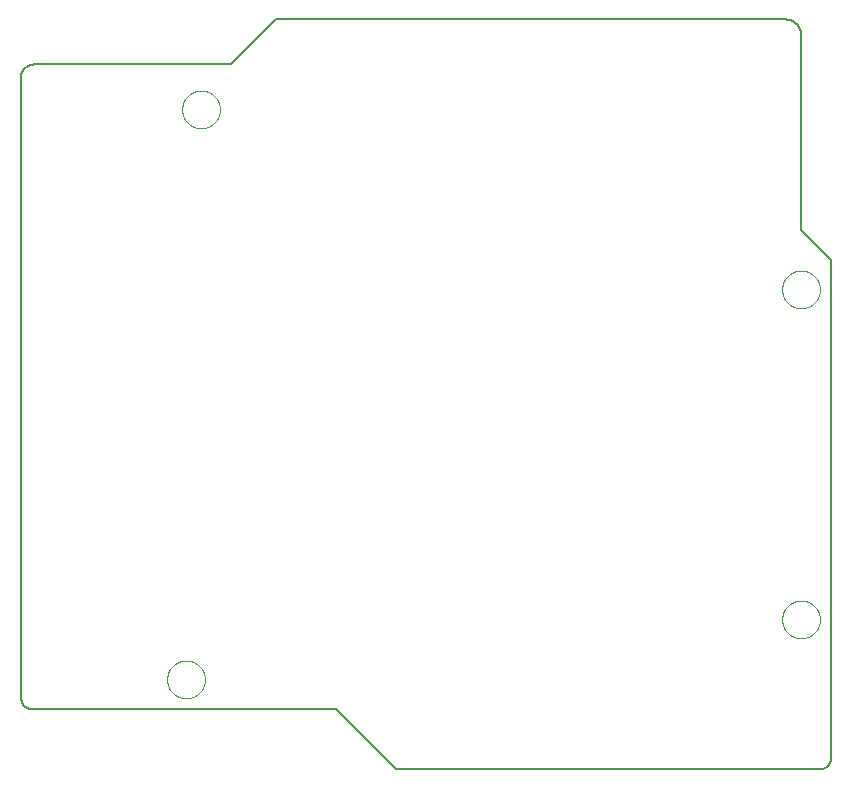
<source format=gko>
G75*
%MOIN*%
%OFA0B0*%
%FSLAX25Y25*%
%IPPOS*%
%LPD*%
%AMOC8*
5,1,8,0,0,1.08239X$1,22.5*
%
%ADD10C,0.00500*%
%ADD11C,0.00000*%
D10*
X0005250Y0021250D02*
X0106250Y0021250D01*
X0126250Y0001250D01*
X0267250Y0001250D01*
X0126250Y0001250D01*
X0106250Y0021250D01*
X0005250Y0021250D01*
X0005124Y0021252D01*
X0004999Y0021258D01*
X0004874Y0021268D01*
X0004749Y0021282D01*
X0004624Y0021299D01*
X0004500Y0021321D01*
X0004377Y0021346D01*
X0004255Y0021376D01*
X0004134Y0021409D01*
X0004014Y0021446D01*
X0003895Y0021486D01*
X0003778Y0021531D01*
X0003661Y0021579D01*
X0003547Y0021631D01*
X0003434Y0021686D01*
X0003323Y0021745D01*
X0003214Y0021807D01*
X0003107Y0021873D01*
X0003002Y0021942D01*
X0002899Y0022014D01*
X0002798Y0022089D01*
X0002700Y0022168D01*
X0002605Y0022250D01*
X0002512Y0022334D01*
X0002422Y0022422D01*
X0002334Y0022512D01*
X0002250Y0022605D01*
X0002168Y0022700D01*
X0002089Y0022798D01*
X0002014Y0022899D01*
X0001942Y0023002D01*
X0001873Y0023107D01*
X0001807Y0023214D01*
X0001745Y0023323D01*
X0001686Y0023434D01*
X0001631Y0023547D01*
X0001579Y0023661D01*
X0001531Y0023778D01*
X0001486Y0023895D01*
X0001446Y0024014D01*
X0001409Y0024134D01*
X0001376Y0024255D01*
X0001346Y0024377D01*
X0001321Y0024500D01*
X0001299Y0024624D01*
X0001282Y0024749D01*
X0001268Y0024874D01*
X0001258Y0024999D01*
X0001252Y0025124D01*
X0001250Y0025250D01*
X0001250Y0232150D01*
X0001250Y0025250D01*
X0001252Y0025124D01*
X0001258Y0024999D01*
X0001268Y0024874D01*
X0001282Y0024749D01*
X0001299Y0024624D01*
X0001321Y0024500D01*
X0001346Y0024377D01*
X0001376Y0024255D01*
X0001409Y0024134D01*
X0001446Y0024014D01*
X0001486Y0023895D01*
X0001531Y0023778D01*
X0001579Y0023661D01*
X0001631Y0023547D01*
X0001686Y0023434D01*
X0001745Y0023323D01*
X0001807Y0023214D01*
X0001873Y0023107D01*
X0001942Y0023002D01*
X0002014Y0022899D01*
X0002089Y0022798D01*
X0002168Y0022700D01*
X0002250Y0022605D01*
X0002334Y0022512D01*
X0002422Y0022422D01*
X0002512Y0022334D01*
X0002605Y0022250D01*
X0002700Y0022168D01*
X0002798Y0022089D01*
X0002899Y0022014D01*
X0003002Y0021942D01*
X0003107Y0021873D01*
X0003214Y0021807D01*
X0003323Y0021745D01*
X0003434Y0021686D01*
X0003547Y0021631D01*
X0003661Y0021579D01*
X0003778Y0021531D01*
X0003895Y0021486D01*
X0004014Y0021446D01*
X0004134Y0021409D01*
X0004255Y0021376D01*
X0004377Y0021346D01*
X0004500Y0021321D01*
X0004624Y0021299D01*
X0004749Y0021282D01*
X0004874Y0021268D01*
X0004999Y0021258D01*
X0005124Y0021252D01*
X0005250Y0021250D01*
X0001250Y0232150D02*
X0001252Y0232276D01*
X0001258Y0232401D01*
X0001268Y0232526D01*
X0001282Y0232651D01*
X0001299Y0232776D01*
X0001321Y0232900D01*
X0001346Y0233023D01*
X0001376Y0233145D01*
X0001409Y0233266D01*
X0001446Y0233386D01*
X0001486Y0233505D01*
X0001531Y0233622D01*
X0001579Y0233739D01*
X0001631Y0233853D01*
X0001686Y0233966D01*
X0001745Y0234077D01*
X0001807Y0234186D01*
X0001873Y0234293D01*
X0001942Y0234398D01*
X0002014Y0234501D01*
X0002089Y0234602D01*
X0002168Y0234700D01*
X0002250Y0234795D01*
X0002334Y0234888D01*
X0002422Y0234978D01*
X0002512Y0235066D01*
X0002605Y0235150D01*
X0002700Y0235232D01*
X0002798Y0235311D01*
X0002899Y0235386D01*
X0003002Y0235458D01*
X0003107Y0235527D01*
X0003214Y0235593D01*
X0003323Y0235655D01*
X0003434Y0235714D01*
X0003547Y0235769D01*
X0003661Y0235821D01*
X0003778Y0235869D01*
X0003895Y0235914D01*
X0004014Y0235954D01*
X0004134Y0235991D01*
X0004255Y0236024D01*
X0004377Y0236054D01*
X0004500Y0236079D01*
X0004624Y0236101D01*
X0004749Y0236118D01*
X0004874Y0236132D01*
X0004999Y0236142D01*
X0005124Y0236148D01*
X0005250Y0236150D01*
X0005250Y0236250D02*
X0071250Y0236250D01*
X0086250Y0251250D01*
X0256250Y0251250D01*
X0086250Y0251250D01*
X0071250Y0236250D01*
X0005250Y0236250D01*
X0005250Y0236150D02*
X0005124Y0236148D01*
X0004999Y0236142D01*
X0004874Y0236132D01*
X0004749Y0236118D01*
X0004624Y0236101D01*
X0004500Y0236079D01*
X0004377Y0236054D01*
X0004255Y0236024D01*
X0004134Y0235991D01*
X0004014Y0235954D01*
X0003895Y0235914D01*
X0003778Y0235869D01*
X0003661Y0235821D01*
X0003547Y0235769D01*
X0003434Y0235714D01*
X0003323Y0235655D01*
X0003214Y0235593D01*
X0003107Y0235527D01*
X0003002Y0235458D01*
X0002899Y0235386D01*
X0002798Y0235311D01*
X0002700Y0235232D01*
X0002605Y0235150D01*
X0002512Y0235066D01*
X0002422Y0234978D01*
X0002334Y0234888D01*
X0002250Y0234795D01*
X0002168Y0234700D01*
X0002089Y0234602D01*
X0002014Y0234501D01*
X0001942Y0234398D01*
X0001873Y0234293D01*
X0001807Y0234186D01*
X0001745Y0234077D01*
X0001686Y0233966D01*
X0001631Y0233853D01*
X0001579Y0233739D01*
X0001531Y0233622D01*
X0001486Y0233505D01*
X0001446Y0233386D01*
X0001409Y0233266D01*
X0001376Y0233145D01*
X0001346Y0233023D01*
X0001321Y0232900D01*
X0001299Y0232776D01*
X0001282Y0232651D01*
X0001268Y0232526D01*
X0001258Y0232401D01*
X0001252Y0232276D01*
X0001250Y0232150D01*
X0256250Y0251250D02*
X0256390Y0251248D01*
X0256530Y0251242D01*
X0256670Y0251232D01*
X0256810Y0251219D01*
X0256949Y0251201D01*
X0257088Y0251179D01*
X0257225Y0251154D01*
X0257363Y0251125D01*
X0257499Y0251092D01*
X0257634Y0251055D01*
X0257768Y0251014D01*
X0257901Y0250969D01*
X0258033Y0250921D01*
X0258163Y0250869D01*
X0258292Y0250814D01*
X0258419Y0250755D01*
X0258545Y0250692D01*
X0258669Y0250626D01*
X0258790Y0250557D01*
X0258910Y0250484D01*
X0259028Y0250407D01*
X0259143Y0250328D01*
X0259257Y0250245D01*
X0259367Y0250159D01*
X0259476Y0250070D01*
X0259582Y0249978D01*
X0259685Y0249883D01*
X0259786Y0249786D01*
X0259883Y0249685D01*
X0259978Y0249582D01*
X0260070Y0249476D01*
X0260159Y0249367D01*
X0260245Y0249257D01*
X0260328Y0249143D01*
X0260407Y0249028D01*
X0260484Y0248910D01*
X0260557Y0248790D01*
X0260626Y0248669D01*
X0260692Y0248545D01*
X0260755Y0248419D01*
X0260814Y0248292D01*
X0260869Y0248163D01*
X0260921Y0248033D01*
X0260969Y0247901D01*
X0261014Y0247768D01*
X0261055Y0247634D01*
X0261092Y0247499D01*
X0261125Y0247363D01*
X0261154Y0247225D01*
X0261179Y0247088D01*
X0261201Y0246949D01*
X0261219Y0246810D01*
X0261232Y0246670D01*
X0261242Y0246530D01*
X0261248Y0246390D01*
X0261250Y0246250D01*
X0261250Y0246150D02*
X0261250Y0181150D01*
X0271250Y0171150D01*
X0271250Y0005250D01*
X0271250Y0171150D01*
X0261250Y0181150D01*
X0261250Y0246150D01*
X0261250Y0246250D02*
X0261248Y0246390D01*
X0261242Y0246530D01*
X0261232Y0246670D01*
X0261219Y0246810D01*
X0261201Y0246949D01*
X0261179Y0247088D01*
X0261154Y0247225D01*
X0261125Y0247363D01*
X0261092Y0247499D01*
X0261055Y0247634D01*
X0261014Y0247768D01*
X0260969Y0247901D01*
X0260921Y0248033D01*
X0260869Y0248163D01*
X0260814Y0248292D01*
X0260755Y0248419D01*
X0260692Y0248545D01*
X0260626Y0248669D01*
X0260557Y0248790D01*
X0260484Y0248910D01*
X0260407Y0249028D01*
X0260328Y0249143D01*
X0260245Y0249257D01*
X0260159Y0249367D01*
X0260070Y0249476D01*
X0259978Y0249582D01*
X0259883Y0249685D01*
X0259786Y0249786D01*
X0259685Y0249883D01*
X0259582Y0249978D01*
X0259476Y0250070D01*
X0259367Y0250159D01*
X0259257Y0250245D01*
X0259143Y0250328D01*
X0259028Y0250407D01*
X0258910Y0250484D01*
X0258790Y0250557D01*
X0258669Y0250626D01*
X0258545Y0250692D01*
X0258419Y0250755D01*
X0258292Y0250814D01*
X0258163Y0250869D01*
X0258033Y0250921D01*
X0257901Y0250969D01*
X0257768Y0251014D01*
X0257634Y0251055D01*
X0257499Y0251092D01*
X0257363Y0251125D01*
X0257225Y0251154D01*
X0257088Y0251179D01*
X0256949Y0251201D01*
X0256810Y0251219D01*
X0256670Y0251232D01*
X0256530Y0251242D01*
X0256390Y0251248D01*
X0256250Y0251250D01*
X0271250Y0005250D02*
X0271248Y0005124D01*
X0271242Y0004999D01*
X0271232Y0004874D01*
X0271218Y0004749D01*
X0271201Y0004624D01*
X0271179Y0004500D01*
X0271154Y0004377D01*
X0271124Y0004255D01*
X0271091Y0004134D01*
X0271054Y0004014D01*
X0271014Y0003895D01*
X0270969Y0003778D01*
X0270921Y0003661D01*
X0270869Y0003547D01*
X0270814Y0003434D01*
X0270755Y0003323D01*
X0270693Y0003214D01*
X0270627Y0003107D01*
X0270558Y0003002D01*
X0270486Y0002899D01*
X0270411Y0002798D01*
X0270332Y0002700D01*
X0270250Y0002605D01*
X0270166Y0002512D01*
X0270078Y0002422D01*
X0269988Y0002334D01*
X0269895Y0002250D01*
X0269800Y0002168D01*
X0269702Y0002089D01*
X0269601Y0002014D01*
X0269498Y0001942D01*
X0269393Y0001873D01*
X0269286Y0001807D01*
X0269177Y0001745D01*
X0269066Y0001686D01*
X0268953Y0001631D01*
X0268839Y0001579D01*
X0268722Y0001531D01*
X0268605Y0001486D01*
X0268486Y0001446D01*
X0268366Y0001409D01*
X0268245Y0001376D01*
X0268123Y0001346D01*
X0268000Y0001321D01*
X0267876Y0001299D01*
X0267751Y0001282D01*
X0267626Y0001268D01*
X0267501Y0001258D01*
X0267376Y0001252D01*
X0267250Y0001250D01*
X0267376Y0001252D01*
X0267501Y0001258D01*
X0267626Y0001268D01*
X0267751Y0001282D01*
X0267876Y0001299D01*
X0268000Y0001321D01*
X0268123Y0001346D01*
X0268245Y0001376D01*
X0268366Y0001409D01*
X0268486Y0001446D01*
X0268605Y0001486D01*
X0268722Y0001531D01*
X0268839Y0001579D01*
X0268953Y0001631D01*
X0269066Y0001686D01*
X0269177Y0001745D01*
X0269286Y0001807D01*
X0269393Y0001873D01*
X0269498Y0001942D01*
X0269601Y0002014D01*
X0269702Y0002089D01*
X0269800Y0002168D01*
X0269895Y0002250D01*
X0269988Y0002334D01*
X0270078Y0002422D01*
X0270166Y0002512D01*
X0270250Y0002605D01*
X0270332Y0002700D01*
X0270411Y0002798D01*
X0270486Y0002899D01*
X0270558Y0003002D01*
X0270627Y0003107D01*
X0270693Y0003214D01*
X0270755Y0003323D01*
X0270814Y0003434D01*
X0270869Y0003547D01*
X0270921Y0003661D01*
X0270969Y0003778D01*
X0271014Y0003895D01*
X0271054Y0004014D01*
X0271091Y0004134D01*
X0271124Y0004255D01*
X0271154Y0004377D01*
X0271179Y0004500D01*
X0271201Y0004624D01*
X0271218Y0004749D01*
X0271232Y0004874D01*
X0271242Y0004999D01*
X0271248Y0005124D01*
X0271250Y0005250D01*
D11*
X0254951Y0051250D02*
X0254953Y0051408D01*
X0254959Y0051566D01*
X0254969Y0051724D01*
X0254983Y0051882D01*
X0255001Y0052039D01*
X0255022Y0052196D01*
X0255048Y0052352D01*
X0255078Y0052508D01*
X0255111Y0052663D01*
X0255149Y0052816D01*
X0255190Y0052969D01*
X0255235Y0053121D01*
X0255284Y0053272D01*
X0255337Y0053421D01*
X0255393Y0053569D01*
X0255453Y0053715D01*
X0255517Y0053860D01*
X0255585Y0054003D01*
X0255656Y0054145D01*
X0255730Y0054285D01*
X0255808Y0054422D01*
X0255890Y0054558D01*
X0255974Y0054692D01*
X0256063Y0054823D01*
X0256154Y0054952D01*
X0256249Y0055079D01*
X0256346Y0055204D01*
X0256447Y0055326D01*
X0256551Y0055445D01*
X0256658Y0055562D01*
X0256768Y0055676D01*
X0256881Y0055787D01*
X0256996Y0055896D01*
X0257114Y0056001D01*
X0257235Y0056103D01*
X0257358Y0056203D01*
X0257484Y0056299D01*
X0257612Y0056392D01*
X0257742Y0056482D01*
X0257875Y0056568D01*
X0258010Y0056652D01*
X0258146Y0056731D01*
X0258285Y0056808D01*
X0258426Y0056880D01*
X0258568Y0056950D01*
X0258712Y0057015D01*
X0258858Y0057077D01*
X0259005Y0057135D01*
X0259154Y0057190D01*
X0259304Y0057241D01*
X0259455Y0057288D01*
X0259607Y0057331D01*
X0259760Y0057370D01*
X0259915Y0057406D01*
X0260070Y0057437D01*
X0260226Y0057465D01*
X0260382Y0057489D01*
X0260539Y0057509D01*
X0260697Y0057525D01*
X0260854Y0057537D01*
X0261013Y0057545D01*
X0261171Y0057549D01*
X0261329Y0057549D01*
X0261487Y0057545D01*
X0261646Y0057537D01*
X0261803Y0057525D01*
X0261961Y0057509D01*
X0262118Y0057489D01*
X0262274Y0057465D01*
X0262430Y0057437D01*
X0262585Y0057406D01*
X0262740Y0057370D01*
X0262893Y0057331D01*
X0263045Y0057288D01*
X0263196Y0057241D01*
X0263346Y0057190D01*
X0263495Y0057135D01*
X0263642Y0057077D01*
X0263788Y0057015D01*
X0263932Y0056950D01*
X0264074Y0056880D01*
X0264215Y0056808D01*
X0264354Y0056731D01*
X0264490Y0056652D01*
X0264625Y0056568D01*
X0264758Y0056482D01*
X0264888Y0056392D01*
X0265016Y0056299D01*
X0265142Y0056203D01*
X0265265Y0056103D01*
X0265386Y0056001D01*
X0265504Y0055896D01*
X0265619Y0055787D01*
X0265732Y0055676D01*
X0265842Y0055562D01*
X0265949Y0055445D01*
X0266053Y0055326D01*
X0266154Y0055204D01*
X0266251Y0055079D01*
X0266346Y0054952D01*
X0266437Y0054823D01*
X0266526Y0054692D01*
X0266610Y0054558D01*
X0266692Y0054422D01*
X0266770Y0054285D01*
X0266844Y0054145D01*
X0266915Y0054003D01*
X0266983Y0053860D01*
X0267047Y0053715D01*
X0267107Y0053569D01*
X0267163Y0053421D01*
X0267216Y0053272D01*
X0267265Y0053121D01*
X0267310Y0052969D01*
X0267351Y0052816D01*
X0267389Y0052663D01*
X0267422Y0052508D01*
X0267452Y0052352D01*
X0267478Y0052196D01*
X0267499Y0052039D01*
X0267517Y0051882D01*
X0267531Y0051724D01*
X0267541Y0051566D01*
X0267547Y0051408D01*
X0267549Y0051250D01*
X0267547Y0051092D01*
X0267541Y0050934D01*
X0267531Y0050776D01*
X0267517Y0050618D01*
X0267499Y0050461D01*
X0267478Y0050304D01*
X0267452Y0050148D01*
X0267422Y0049992D01*
X0267389Y0049837D01*
X0267351Y0049684D01*
X0267310Y0049531D01*
X0267265Y0049379D01*
X0267216Y0049228D01*
X0267163Y0049079D01*
X0267107Y0048931D01*
X0267047Y0048785D01*
X0266983Y0048640D01*
X0266915Y0048497D01*
X0266844Y0048355D01*
X0266770Y0048215D01*
X0266692Y0048078D01*
X0266610Y0047942D01*
X0266526Y0047808D01*
X0266437Y0047677D01*
X0266346Y0047548D01*
X0266251Y0047421D01*
X0266154Y0047296D01*
X0266053Y0047174D01*
X0265949Y0047055D01*
X0265842Y0046938D01*
X0265732Y0046824D01*
X0265619Y0046713D01*
X0265504Y0046604D01*
X0265386Y0046499D01*
X0265265Y0046397D01*
X0265142Y0046297D01*
X0265016Y0046201D01*
X0264888Y0046108D01*
X0264758Y0046018D01*
X0264625Y0045932D01*
X0264490Y0045848D01*
X0264354Y0045769D01*
X0264215Y0045692D01*
X0264074Y0045620D01*
X0263932Y0045550D01*
X0263788Y0045485D01*
X0263642Y0045423D01*
X0263495Y0045365D01*
X0263346Y0045310D01*
X0263196Y0045259D01*
X0263045Y0045212D01*
X0262893Y0045169D01*
X0262740Y0045130D01*
X0262585Y0045094D01*
X0262430Y0045063D01*
X0262274Y0045035D01*
X0262118Y0045011D01*
X0261961Y0044991D01*
X0261803Y0044975D01*
X0261646Y0044963D01*
X0261487Y0044955D01*
X0261329Y0044951D01*
X0261171Y0044951D01*
X0261013Y0044955D01*
X0260854Y0044963D01*
X0260697Y0044975D01*
X0260539Y0044991D01*
X0260382Y0045011D01*
X0260226Y0045035D01*
X0260070Y0045063D01*
X0259915Y0045094D01*
X0259760Y0045130D01*
X0259607Y0045169D01*
X0259455Y0045212D01*
X0259304Y0045259D01*
X0259154Y0045310D01*
X0259005Y0045365D01*
X0258858Y0045423D01*
X0258712Y0045485D01*
X0258568Y0045550D01*
X0258426Y0045620D01*
X0258285Y0045692D01*
X0258146Y0045769D01*
X0258010Y0045848D01*
X0257875Y0045932D01*
X0257742Y0046018D01*
X0257612Y0046108D01*
X0257484Y0046201D01*
X0257358Y0046297D01*
X0257235Y0046397D01*
X0257114Y0046499D01*
X0256996Y0046604D01*
X0256881Y0046713D01*
X0256768Y0046824D01*
X0256658Y0046938D01*
X0256551Y0047055D01*
X0256447Y0047174D01*
X0256346Y0047296D01*
X0256249Y0047421D01*
X0256154Y0047548D01*
X0256063Y0047677D01*
X0255974Y0047808D01*
X0255890Y0047942D01*
X0255808Y0048078D01*
X0255730Y0048215D01*
X0255656Y0048355D01*
X0255585Y0048497D01*
X0255517Y0048640D01*
X0255453Y0048785D01*
X0255393Y0048931D01*
X0255337Y0049079D01*
X0255284Y0049228D01*
X0255235Y0049379D01*
X0255190Y0049531D01*
X0255149Y0049684D01*
X0255111Y0049837D01*
X0255078Y0049992D01*
X0255048Y0050148D01*
X0255022Y0050304D01*
X0255001Y0050461D01*
X0254983Y0050618D01*
X0254969Y0050776D01*
X0254959Y0050934D01*
X0254953Y0051092D01*
X0254951Y0051250D01*
X0254951Y0161250D02*
X0254953Y0161408D01*
X0254959Y0161566D01*
X0254969Y0161724D01*
X0254983Y0161882D01*
X0255001Y0162039D01*
X0255022Y0162196D01*
X0255048Y0162352D01*
X0255078Y0162508D01*
X0255111Y0162663D01*
X0255149Y0162816D01*
X0255190Y0162969D01*
X0255235Y0163121D01*
X0255284Y0163272D01*
X0255337Y0163421D01*
X0255393Y0163569D01*
X0255453Y0163715D01*
X0255517Y0163860D01*
X0255585Y0164003D01*
X0255656Y0164145D01*
X0255730Y0164285D01*
X0255808Y0164422D01*
X0255890Y0164558D01*
X0255974Y0164692D01*
X0256063Y0164823D01*
X0256154Y0164952D01*
X0256249Y0165079D01*
X0256346Y0165204D01*
X0256447Y0165326D01*
X0256551Y0165445D01*
X0256658Y0165562D01*
X0256768Y0165676D01*
X0256881Y0165787D01*
X0256996Y0165896D01*
X0257114Y0166001D01*
X0257235Y0166103D01*
X0257358Y0166203D01*
X0257484Y0166299D01*
X0257612Y0166392D01*
X0257742Y0166482D01*
X0257875Y0166568D01*
X0258010Y0166652D01*
X0258146Y0166731D01*
X0258285Y0166808D01*
X0258426Y0166880D01*
X0258568Y0166950D01*
X0258712Y0167015D01*
X0258858Y0167077D01*
X0259005Y0167135D01*
X0259154Y0167190D01*
X0259304Y0167241D01*
X0259455Y0167288D01*
X0259607Y0167331D01*
X0259760Y0167370D01*
X0259915Y0167406D01*
X0260070Y0167437D01*
X0260226Y0167465D01*
X0260382Y0167489D01*
X0260539Y0167509D01*
X0260697Y0167525D01*
X0260854Y0167537D01*
X0261013Y0167545D01*
X0261171Y0167549D01*
X0261329Y0167549D01*
X0261487Y0167545D01*
X0261646Y0167537D01*
X0261803Y0167525D01*
X0261961Y0167509D01*
X0262118Y0167489D01*
X0262274Y0167465D01*
X0262430Y0167437D01*
X0262585Y0167406D01*
X0262740Y0167370D01*
X0262893Y0167331D01*
X0263045Y0167288D01*
X0263196Y0167241D01*
X0263346Y0167190D01*
X0263495Y0167135D01*
X0263642Y0167077D01*
X0263788Y0167015D01*
X0263932Y0166950D01*
X0264074Y0166880D01*
X0264215Y0166808D01*
X0264354Y0166731D01*
X0264490Y0166652D01*
X0264625Y0166568D01*
X0264758Y0166482D01*
X0264888Y0166392D01*
X0265016Y0166299D01*
X0265142Y0166203D01*
X0265265Y0166103D01*
X0265386Y0166001D01*
X0265504Y0165896D01*
X0265619Y0165787D01*
X0265732Y0165676D01*
X0265842Y0165562D01*
X0265949Y0165445D01*
X0266053Y0165326D01*
X0266154Y0165204D01*
X0266251Y0165079D01*
X0266346Y0164952D01*
X0266437Y0164823D01*
X0266526Y0164692D01*
X0266610Y0164558D01*
X0266692Y0164422D01*
X0266770Y0164285D01*
X0266844Y0164145D01*
X0266915Y0164003D01*
X0266983Y0163860D01*
X0267047Y0163715D01*
X0267107Y0163569D01*
X0267163Y0163421D01*
X0267216Y0163272D01*
X0267265Y0163121D01*
X0267310Y0162969D01*
X0267351Y0162816D01*
X0267389Y0162663D01*
X0267422Y0162508D01*
X0267452Y0162352D01*
X0267478Y0162196D01*
X0267499Y0162039D01*
X0267517Y0161882D01*
X0267531Y0161724D01*
X0267541Y0161566D01*
X0267547Y0161408D01*
X0267549Y0161250D01*
X0267547Y0161092D01*
X0267541Y0160934D01*
X0267531Y0160776D01*
X0267517Y0160618D01*
X0267499Y0160461D01*
X0267478Y0160304D01*
X0267452Y0160148D01*
X0267422Y0159992D01*
X0267389Y0159837D01*
X0267351Y0159684D01*
X0267310Y0159531D01*
X0267265Y0159379D01*
X0267216Y0159228D01*
X0267163Y0159079D01*
X0267107Y0158931D01*
X0267047Y0158785D01*
X0266983Y0158640D01*
X0266915Y0158497D01*
X0266844Y0158355D01*
X0266770Y0158215D01*
X0266692Y0158078D01*
X0266610Y0157942D01*
X0266526Y0157808D01*
X0266437Y0157677D01*
X0266346Y0157548D01*
X0266251Y0157421D01*
X0266154Y0157296D01*
X0266053Y0157174D01*
X0265949Y0157055D01*
X0265842Y0156938D01*
X0265732Y0156824D01*
X0265619Y0156713D01*
X0265504Y0156604D01*
X0265386Y0156499D01*
X0265265Y0156397D01*
X0265142Y0156297D01*
X0265016Y0156201D01*
X0264888Y0156108D01*
X0264758Y0156018D01*
X0264625Y0155932D01*
X0264490Y0155848D01*
X0264354Y0155769D01*
X0264215Y0155692D01*
X0264074Y0155620D01*
X0263932Y0155550D01*
X0263788Y0155485D01*
X0263642Y0155423D01*
X0263495Y0155365D01*
X0263346Y0155310D01*
X0263196Y0155259D01*
X0263045Y0155212D01*
X0262893Y0155169D01*
X0262740Y0155130D01*
X0262585Y0155094D01*
X0262430Y0155063D01*
X0262274Y0155035D01*
X0262118Y0155011D01*
X0261961Y0154991D01*
X0261803Y0154975D01*
X0261646Y0154963D01*
X0261487Y0154955D01*
X0261329Y0154951D01*
X0261171Y0154951D01*
X0261013Y0154955D01*
X0260854Y0154963D01*
X0260697Y0154975D01*
X0260539Y0154991D01*
X0260382Y0155011D01*
X0260226Y0155035D01*
X0260070Y0155063D01*
X0259915Y0155094D01*
X0259760Y0155130D01*
X0259607Y0155169D01*
X0259455Y0155212D01*
X0259304Y0155259D01*
X0259154Y0155310D01*
X0259005Y0155365D01*
X0258858Y0155423D01*
X0258712Y0155485D01*
X0258568Y0155550D01*
X0258426Y0155620D01*
X0258285Y0155692D01*
X0258146Y0155769D01*
X0258010Y0155848D01*
X0257875Y0155932D01*
X0257742Y0156018D01*
X0257612Y0156108D01*
X0257484Y0156201D01*
X0257358Y0156297D01*
X0257235Y0156397D01*
X0257114Y0156499D01*
X0256996Y0156604D01*
X0256881Y0156713D01*
X0256768Y0156824D01*
X0256658Y0156938D01*
X0256551Y0157055D01*
X0256447Y0157174D01*
X0256346Y0157296D01*
X0256249Y0157421D01*
X0256154Y0157548D01*
X0256063Y0157677D01*
X0255974Y0157808D01*
X0255890Y0157942D01*
X0255808Y0158078D01*
X0255730Y0158215D01*
X0255656Y0158355D01*
X0255585Y0158497D01*
X0255517Y0158640D01*
X0255453Y0158785D01*
X0255393Y0158931D01*
X0255337Y0159079D01*
X0255284Y0159228D01*
X0255235Y0159379D01*
X0255190Y0159531D01*
X0255149Y0159684D01*
X0255111Y0159837D01*
X0255078Y0159992D01*
X0255048Y0160148D01*
X0255022Y0160304D01*
X0255001Y0160461D01*
X0254983Y0160618D01*
X0254969Y0160776D01*
X0254959Y0160934D01*
X0254953Y0161092D01*
X0254951Y0161250D01*
X0054951Y0221250D02*
X0054953Y0221408D01*
X0054959Y0221566D01*
X0054969Y0221724D01*
X0054983Y0221882D01*
X0055001Y0222039D01*
X0055022Y0222196D01*
X0055048Y0222352D01*
X0055078Y0222508D01*
X0055111Y0222663D01*
X0055149Y0222816D01*
X0055190Y0222969D01*
X0055235Y0223121D01*
X0055284Y0223272D01*
X0055337Y0223421D01*
X0055393Y0223569D01*
X0055453Y0223715D01*
X0055517Y0223860D01*
X0055585Y0224003D01*
X0055656Y0224145D01*
X0055730Y0224285D01*
X0055808Y0224422D01*
X0055890Y0224558D01*
X0055974Y0224692D01*
X0056063Y0224823D01*
X0056154Y0224952D01*
X0056249Y0225079D01*
X0056346Y0225204D01*
X0056447Y0225326D01*
X0056551Y0225445D01*
X0056658Y0225562D01*
X0056768Y0225676D01*
X0056881Y0225787D01*
X0056996Y0225896D01*
X0057114Y0226001D01*
X0057235Y0226103D01*
X0057358Y0226203D01*
X0057484Y0226299D01*
X0057612Y0226392D01*
X0057742Y0226482D01*
X0057875Y0226568D01*
X0058010Y0226652D01*
X0058146Y0226731D01*
X0058285Y0226808D01*
X0058426Y0226880D01*
X0058568Y0226950D01*
X0058712Y0227015D01*
X0058858Y0227077D01*
X0059005Y0227135D01*
X0059154Y0227190D01*
X0059304Y0227241D01*
X0059455Y0227288D01*
X0059607Y0227331D01*
X0059760Y0227370D01*
X0059915Y0227406D01*
X0060070Y0227437D01*
X0060226Y0227465D01*
X0060382Y0227489D01*
X0060539Y0227509D01*
X0060697Y0227525D01*
X0060854Y0227537D01*
X0061013Y0227545D01*
X0061171Y0227549D01*
X0061329Y0227549D01*
X0061487Y0227545D01*
X0061646Y0227537D01*
X0061803Y0227525D01*
X0061961Y0227509D01*
X0062118Y0227489D01*
X0062274Y0227465D01*
X0062430Y0227437D01*
X0062585Y0227406D01*
X0062740Y0227370D01*
X0062893Y0227331D01*
X0063045Y0227288D01*
X0063196Y0227241D01*
X0063346Y0227190D01*
X0063495Y0227135D01*
X0063642Y0227077D01*
X0063788Y0227015D01*
X0063932Y0226950D01*
X0064074Y0226880D01*
X0064215Y0226808D01*
X0064354Y0226731D01*
X0064490Y0226652D01*
X0064625Y0226568D01*
X0064758Y0226482D01*
X0064888Y0226392D01*
X0065016Y0226299D01*
X0065142Y0226203D01*
X0065265Y0226103D01*
X0065386Y0226001D01*
X0065504Y0225896D01*
X0065619Y0225787D01*
X0065732Y0225676D01*
X0065842Y0225562D01*
X0065949Y0225445D01*
X0066053Y0225326D01*
X0066154Y0225204D01*
X0066251Y0225079D01*
X0066346Y0224952D01*
X0066437Y0224823D01*
X0066526Y0224692D01*
X0066610Y0224558D01*
X0066692Y0224422D01*
X0066770Y0224285D01*
X0066844Y0224145D01*
X0066915Y0224003D01*
X0066983Y0223860D01*
X0067047Y0223715D01*
X0067107Y0223569D01*
X0067163Y0223421D01*
X0067216Y0223272D01*
X0067265Y0223121D01*
X0067310Y0222969D01*
X0067351Y0222816D01*
X0067389Y0222663D01*
X0067422Y0222508D01*
X0067452Y0222352D01*
X0067478Y0222196D01*
X0067499Y0222039D01*
X0067517Y0221882D01*
X0067531Y0221724D01*
X0067541Y0221566D01*
X0067547Y0221408D01*
X0067549Y0221250D01*
X0067547Y0221092D01*
X0067541Y0220934D01*
X0067531Y0220776D01*
X0067517Y0220618D01*
X0067499Y0220461D01*
X0067478Y0220304D01*
X0067452Y0220148D01*
X0067422Y0219992D01*
X0067389Y0219837D01*
X0067351Y0219684D01*
X0067310Y0219531D01*
X0067265Y0219379D01*
X0067216Y0219228D01*
X0067163Y0219079D01*
X0067107Y0218931D01*
X0067047Y0218785D01*
X0066983Y0218640D01*
X0066915Y0218497D01*
X0066844Y0218355D01*
X0066770Y0218215D01*
X0066692Y0218078D01*
X0066610Y0217942D01*
X0066526Y0217808D01*
X0066437Y0217677D01*
X0066346Y0217548D01*
X0066251Y0217421D01*
X0066154Y0217296D01*
X0066053Y0217174D01*
X0065949Y0217055D01*
X0065842Y0216938D01*
X0065732Y0216824D01*
X0065619Y0216713D01*
X0065504Y0216604D01*
X0065386Y0216499D01*
X0065265Y0216397D01*
X0065142Y0216297D01*
X0065016Y0216201D01*
X0064888Y0216108D01*
X0064758Y0216018D01*
X0064625Y0215932D01*
X0064490Y0215848D01*
X0064354Y0215769D01*
X0064215Y0215692D01*
X0064074Y0215620D01*
X0063932Y0215550D01*
X0063788Y0215485D01*
X0063642Y0215423D01*
X0063495Y0215365D01*
X0063346Y0215310D01*
X0063196Y0215259D01*
X0063045Y0215212D01*
X0062893Y0215169D01*
X0062740Y0215130D01*
X0062585Y0215094D01*
X0062430Y0215063D01*
X0062274Y0215035D01*
X0062118Y0215011D01*
X0061961Y0214991D01*
X0061803Y0214975D01*
X0061646Y0214963D01*
X0061487Y0214955D01*
X0061329Y0214951D01*
X0061171Y0214951D01*
X0061013Y0214955D01*
X0060854Y0214963D01*
X0060697Y0214975D01*
X0060539Y0214991D01*
X0060382Y0215011D01*
X0060226Y0215035D01*
X0060070Y0215063D01*
X0059915Y0215094D01*
X0059760Y0215130D01*
X0059607Y0215169D01*
X0059455Y0215212D01*
X0059304Y0215259D01*
X0059154Y0215310D01*
X0059005Y0215365D01*
X0058858Y0215423D01*
X0058712Y0215485D01*
X0058568Y0215550D01*
X0058426Y0215620D01*
X0058285Y0215692D01*
X0058146Y0215769D01*
X0058010Y0215848D01*
X0057875Y0215932D01*
X0057742Y0216018D01*
X0057612Y0216108D01*
X0057484Y0216201D01*
X0057358Y0216297D01*
X0057235Y0216397D01*
X0057114Y0216499D01*
X0056996Y0216604D01*
X0056881Y0216713D01*
X0056768Y0216824D01*
X0056658Y0216938D01*
X0056551Y0217055D01*
X0056447Y0217174D01*
X0056346Y0217296D01*
X0056249Y0217421D01*
X0056154Y0217548D01*
X0056063Y0217677D01*
X0055974Y0217808D01*
X0055890Y0217942D01*
X0055808Y0218078D01*
X0055730Y0218215D01*
X0055656Y0218355D01*
X0055585Y0218497D01*
X0055517Y0218640D01*
X0055453Y0218785D01*
X0055393Y0218931D01*
X0055337Y0219079D01*
X0055284Y0219228D01*
X0055235Y0219379D01*
X0055190Y0219531D01*
X0055149Y0219684D01*
X0055111Y0219837D01*
X0055078Y0219992D01*
X0055048Y0220148D01*
X0055022Y0220304D01*
X0055001Y0220461D01*
X0054983Y0220618D01*
X0054969Y0220776D01*
X0054959Y0220934D01*
X0054953Y0221092D01*
X0054951Y0221250D01*
X0049951Y0031250D02*
X0049953Y0031408D01*
X0049959Y0031566D01*
X0049969Y0031724D01*
X0049983Y0031882D01*
X0050001Y0032039D01*
X0050022Y0032196D01*
X0050048Y0032352D01*
X0050078Y0032508D01*
X0050111Y0032663D01*
X0050149Y0032816D01*
X0050190Y0032969D01*
X0050235Y0033121D01*
X0050284Y0033272D01*
X0050337Y0033421D01*
X0050393Y0033569D01*
X0050453Y0033715D01*
X0050517Y0033860D01*
X0050585Y0034003D01*
X0050656Y0034145D01*
X0050730Y0034285D01*
X0050808Y0034422D01*
X0050890Y0034558D01*
X0050974Y0034692D01*
X0051063Y0034823D01*
X0051154Y0034952D01*
X0051249Y0035079D01*
X0051346Y0035204D01*
X0051447Y0035326D01*
X0051551Y0035445D01*
X0051658Y0035562D01*
X0051768Y0035676D01*
X0051881Y0035787D01*
X0051996Y0035896D01*
X0052114Y0036001D01*
X0052235Y0036103D01*
X0052358Y0036203D01*
X0052484Y0036299D01*
X0052612Y0036392D01*
X0052742Y0036482D01*
X0052875Y0036568D01*
X0053010Y0036652D01*
X0053146Y0036731D01*
X0053285Y0036808D01*
X0053426Y0036880D01*
X0053568Y0036950D01*
X0053712Y0037015D01*
X0053858Y0037077D01*
X0054005Y0037135D01*
X0054154Y0037190D01*
X0054304Y0037241D01*
X0054455Y0037288D01*
X0054607Y0037331D01*
X0054760Y0037370D01*
X0054915Y0037406D01*
X0055070Y0037437D01*
X0055226Y0037465D01*
X0055382Y0037489D01*
X0055539Y0037509D01*
X0055697Y0037525D01*
X0055854Y0037537D01*
X0056013Y0037545D01*
X0056171Y0037549D01*
X0056329Y0037549D01*
X0056487Y0037545D01*
X0056646Y0037537D01*
X0056803Y0037525D01*
X0056961Y0037509D01*
X0057118Y0037489D01*
X0057274Y0037465D01*
X0057430Y0037437D01*
X0057585Y0037406D01*
X0057740Y0037370D01*
X0057893Y0037331D01*
X0058045Y0037288D01*
X0058196Y0037241D01*
X0058346Y0037190D01*
X0058495Y0037135D01*
X0058642Y0037077D01*
X0058788Y0037015D01*
X0058932Y0036950D01*
X0059074Y0036880D01*
X0059215Y0036808D01*
X0059354Y0036731D01*
X0059490Y0036652D01*
X0059625Y0036568D01*
X0059758Y0036482D01*
X0059888Y0036392D01*
X0060016Y0036299D01*
X0060142Y0036203D01*
X0060265Y0036103D01*
X0060386Y0036001D01*
X0060504Y0035896D01*
X0060619Y0035787D01*
X0060732Y0035676D01*
X0060842Y0035562D01*
X0060949Y0035445D01*
X0061053Y0035326D01*
X0061154Y0035204D01*
X0061251Y0035079D01*
X0061346Y0034952D01*
X0061437Y0034823D01*
X0061526Y0034692D01*
X0061610Y0034558D01*
X0061692Y0034422D01*
X0061770Y0034285D01*
X0061844Y0034145D01*
X0061915Y0034003D01*
X0061983Y0033860D01*
X0062047Y0033715D01*
X0062107Y0033569D01*
X0062163Y0033421D01*
X0062216Y0033272D01*
X0062265Y0033121D01*
X0062310Y0032969D01*
X0062351Y0032816D01*
X0062389Y0032663D01*
X0062422Y0032508D01*
X0062452Y0032352D01*
X0062478Y0032196D01*
X0062499Y0032039D01*
X0062517Y0031882D01*
X0062531Y0031724D01*
X0062541Y0031566D01*
X0062547Y0031408D01*
X0062549Y0031250D01*
X0062547Y0031092D01*
X0062541Y0030934D01*
X0062531Y0030776D01*
X0062517Y0030618D01*
X0062499Y0030461D01*
X0062478Y0030304D01*
X0062452Y0030148D01*
X0062422Y0029992D01*
X0062389Y0029837D01*
X0062351Y0029684D01*
X0062310Y0029531D01*
X0062265Y0029379D01*
X0062216Y0029228D01*
X0062163Y0029079D01*
X0062107Y0028931D01*
X0062047Y0028785D01*
X0061983Y0028640D01*
X0061915Y0028497D01*
X0061844Y0028355D01*
X0061770Y0028215D01*
X0061692Y0028078D01*
X0061610Y0027942D01*
X0061526Y0027808D01*
X0061437Y0027677D01*
X0061346Y0027548D01*
X0061251Y0027421D01*
X0061154Y0027296D01*
X0061053Y0027174D01*
X0060949Y0027055D01*
X0060842Y0026938D01*
X0060732Y0026824D01*
X0060619Y0026713D01*
X0060504Y0026604D01*
X0060386Y0026499D01*
X0060265Y0026397D01*
X0060142Y0026297D01*
X0060016Y0026201D01*
X0059888Y0026108D01*
X0059758Y0026018D01*
X0059625Y0025932D01*
X0059490Y0025848D01*
X0059354Y0025769D01*
X0059215Y0025692D01*
X0059074Y0025620D01*
X0058932Y0025550D01*
X0058788Y0025485D01*
X0058642Y0025423D01*
X0058495Y0025365D01*
X0058346Y0025310D01*
X0058196Y0025259D01*
X0058045Y0025212D01*
X0057893Y0025169D01*
X0057740Y0025130D01*
X0057585Y0025094D01*
X0057430Y0025063D01*
X0057274Y0025035D01*
X0057118Y0025011D01*
X0056961Y0024991D01*
X0056803Y0024975D01*
X0056646Y0024963D01*
X0056487Y0024955D01*
X0056329Y0024951D01*
X0056171Y0024951D01*
X0056013Y0024955D01*
X0055854Y0024963D01*
X0055697Y0024975D01*
X0055539Y0024991D01*
X0055382Y0025011D01*
X0055226Y0025035D01*
X0055070Y0025063D01*
X0054915Y0025094D01*
X0054760Y0025130D01*
X0054607Y0025169D01*
X0054455Y0025212D01*
X0054304Y0025259D01*
X0054154Y0025310D01*
X0054005Y0025365D01*
X0053858Y0025423D01*
X0053712Y0025485D01*
X0053568Y0025550D01*
X0053426Y0025620D01*
X0053285Y0025692D01*
X0053146Y0025769D01*
X0053010Y0025848D01*
X0052875Y0025932D01*
X0052742Y0026018D01*
X0052612Y0026108D01*
X0052484Y0026201D01*
X0052358Y0026297D01*
X0052235Y0026397D01*
X0052114Y0026499D01*
X0051996Y0026604D01*
X0051881Y0026713D01*
X0051768Y0026824D01*
X0051658Y0026938D01*
X0051551Y0027055D01*
X0051447Y0027174D01*
X0051346Y0027296D01*
X0051249Y0027421D01*
X0051154Y0027548D01*
X0051063Y0027677D01*
X0050974Y0027808D01*
X0050890Y0027942D01*
X0050808Y0028078D01*
X0050730Y0028215D01*
X0050656Y0028355D01*
X0050585Y0028497D01*
X0050517Y0028640D01*
X0050453Y0028785D01*
X0050393Y0028931D01*
X0050337Y0029079D01*
X0050284Y0029228D01*
X0050235Y0029379D01*
X0050190Y0029531D01*
X0050149Y0029684D01*
X0050111Y0029837D01*
X0050078Y0029992D01*
X0050048Y0030148D01*
X0050022Y0030304D01*
X0050001Y0030461D01*
X0049983Y0030618D01*
X0049969Y0030776D01*
X0049959Y0030934D01*
X0049953Y0031092D01*
X0049951Y0031250D01*
M02*

</source>
